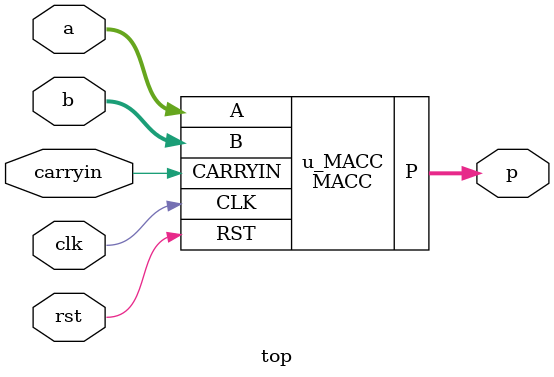
<source format=v>
module MACC (P, A, B, CARRYIN, CLK, RST);

  output reg  signed [31:0] P;
  input signed [15:0] A;
  input signed [15:0] B;
  input CARRYIN;
  input CLK;
  input RST;

  reg  signed [31:0] mult_reg;

  always @(posedge CLK)
    begin
    if(!RST)
        mult_reg <= 'b0;
    else
        mult_reg <= A * B;
    end

    always@(posedge CLK)
    begin
    if(!RST)
        P <= 'b0;
    else
        P <= mult_reg + CARRYIN;
    end

endmodule


module top (
input clk,
input rst,
input  signed [15:0] a,
input  signed [15:0] b,
input carryin,
output  signed [31:0] p
);

MACC u_MACC (
        .P (p),
        .A (a),
        .B (b ),
        .CARRYIN (carryin ),
        .CLK (clk),
        .RST (rst)
    );

endmodule


</source>
